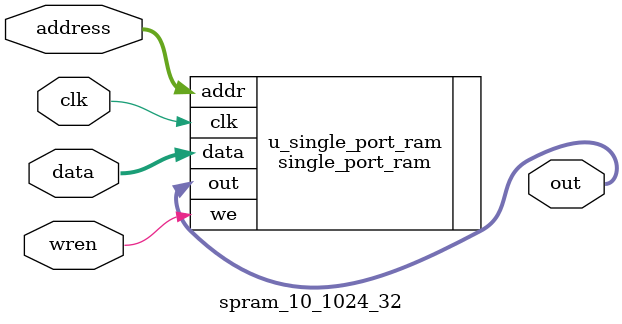
<source format=v>
module spram_10_1024_32 (
    clk,
	address,
	wren,
	data,
	out
);

input clk;
input [(10-1):0] address;
input  wren;
input [(32-1):0] data;
output reg [(32-1):0] out;

`ifdef SIMULATION_MEMORY

reg [32-1:0] ram[1024-1:0];

always @ (posedge clk) begin 
  if (wren) begin
      ram[address] <= data;
  end
  else begin
      out <= ram[address];
  end
end
  
`else

single_port_ram u_single_port_ram(
.addr(address),
.we(wren),
.data(data),
.out(out),
.clk(clk)
);

`endif

endmodule
</source>
